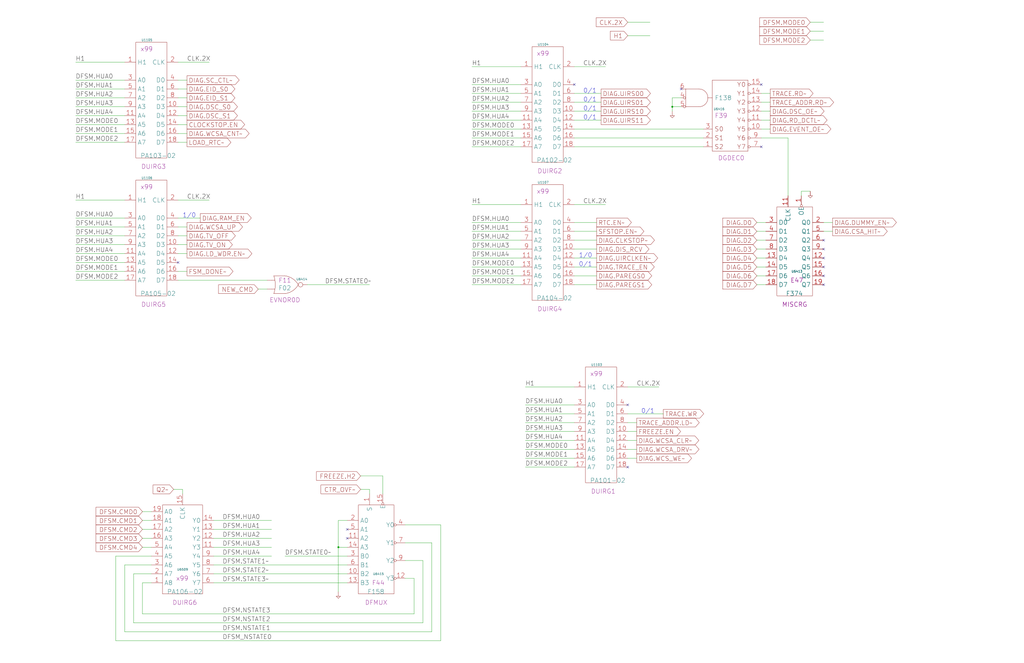
<source format=kicad_sch>
(kicad_sch (version 20230121) (generator eeschema)
  (paper "User" 584.2 378.46)
  (title_block (title "DIAGNOSTIC PROCESSOR\\nDFSM") (date "22-SEP-90") (rev "2.0") (comment 1 "IOC") (comment 2 "232-003061") (comment 3 "S400") (comment 4 "RELEASED"))
  (lib_symbols
    (symbol "r1000:F02" (pin_numbers hide) (pin_names hide)
      (property "Reference" "U" (at 12.16 0.635 0))
      (property "Value" "F02" (at -1.27 -4.445 0))
      (property "Location" "___" (at 2.54 0 0))
      (property "Name" "______" (at 2.54 -12.7 0))
      (symbol "F02_0_1"
        (arc (start -3.81 -7.62) (mid -2.9847 -2.54) (end -3.81 2.54) (stroke (width 0.1524)))
        (polyline (pts (xy -5.08 -5.08) (xy -3.175 -5.08)) (stroke (width 0.1524)))
        (polyline (pts (xy -5.08 0) (xy -3.175 0)) (stroke (width 0.1524)))
        (polyline (pts (xy -3.81 -7.62) (xy 2.54 -7.62)) (stroke (width 0.1524)))
        (polyline (pts (xy -3.81 2.54) (xy 2.54 2.54)) (stroke (width 0.1524)))
        (polyline (pts (xy 13.97 -2.54) (xy 12.7 -2.54)) (stroke (width 0.1524)))
        (arc (start 2.54 -7.62) (mid 6.9515 -5.9823) (end 10.16 -2.54) (stroke (width 0.1524)))
        (arc (start 10.16 -2.54) (mid 6.9478 0.8966) (end 2.54 2.54) (stroke (width 0.1524)))
        (circle (center 11.43 -2.54) (radius 1.27) (stroke (width 0.1524)))
      )
      (symbol "F02_0_2"
        (circle (center -3.81 -5.08) (radius 1.27) (stroke (width 0.1524)))
        (circle (center -3.81 0) (radius 1.27) (stroke (width 0.1524)))
        (polyline (pts (xy -2.54 -7.62) (xy 5.08 -7.62)) (stroke (width 0.1524)))
        (polyline (pts (xy -2.54 2.54) (xy -2.54 -7.62)) (stroke (width 0.1524)))
        (polyline (pts (xy -2.54 2.54) (xy 5.08 2.54)) (stroke (width 0.1524)))
        (polyline (pts (xy 11.43 -2.54) (xy 10.16 -2.54)) (stroke (width 0.1524)))
        (polyline (pts (xy 11.43 -2.54) (xy 12.7 -2.54)) (stroke (width 0.1524)))
        (arc (start 5.08 -7.62) (mid 10.1282 -2.54) (end 5.08 2.54) (stroke (width 0.1524)))
      )
      (symbol "F02_1_1"
        (pin input line (at -7.62 0 0) (length 2.54) (name "D0") (number "1"))
        (pin input line (at -7.62 -5.08 0) (length 2.54) (name "D1") (number "2"))
        (pin output line (at 15.24 -2.54 180) (length 1.27) (name "Q") (number "3"))
      )
      (symbol "F02_1_2"
        (pin input line (at -7.62 0 0) (length 2.54) (name "D0") (number "1"))
        (pin input line (at -7.62 -5.08 0) (length 2.54) (name "D1") (number "2"))
        (pin output line (at 15.24 -2.54 180) (length 2.54) (name "Q") (number "3"))
      )
    )
    (symbol "r1000:F138" (pin_names (offset 1.016) hide)
      (property "Reference" "U" (at 1.27 3.81 0))
      (property "Value" "F138" (at -1.27 10.16 0))
      (property "Location" "___" (at -1.27 0 0))
      (property "Name" "______" (at 8.255 -24.13 0))
      (symbol "F138_0_0"
        (arc (start -10.16 5.08) (mid -6.5679 6.5679) (end -5.08 10.16) (stroke (width 0.1524)))
        (arc (start -5.08 10.16) (mid -6.5679 13.7521) (end -10.16 15.24) (stroke (width 0.1524)))
        (polyline (pts (xy -17.78 5.08) (xy -10.16 5.08)) (stroke (width 0.1524)))
        (polyline (pts (xy -17.78 15.24) (xy -10.16 15.24)) (stroke (width 0.1524)))
      )
      (symbol "F138_0_1"
        (circle (center -18.415 5.08) (radius 0.635) (stroke (width 0.1524)))
        (circle (center -18.415 10.16) (radius 0.635) (stroke (width 0.1524)))
        (rectangle (start -2.54 20.32) (end 17.78 -20.32) (stroke (width 0.1524)))
        (polyline (pts (xy -19.05 15.24) (xy -17.78 15.24)) (stroke (width 0.1524)))
        (polyline (pts (xy -17.78 15.24) (xy -17.78 5.08)) (stroke (width 0.1524)))
        (polyline (pts (xy -2.54 10.16) (xy -5.08 10.16)) (stroke (width 0.1524)))
      )
      (symbol "F138_1_1"
        (circle (center 18.415 -17.78) (radius 0.635))
        (circle (center 18.415 -12.7) (radius 0.635))
        (circle (center 18.415 -7.62) (radius 0.635))
        (circle (center 18.415 -2.54) (radius 0.635))
        (circle (center 18.415 2.54) (radius 0.635))
        (circle (center 18.415 7.62) (radius 0.635))
        (circle (center 18.415 12.7) (radius 0.635))
        (circle (center 18.415 17.78) (radius 0.635))
        (text "0" (at 2.54 -7.62 0) (effects (font (size 2.54 2.54))))
        (text "0" (at 15.24 17.78 0) (effects (font (size 2.54 2.54))))
        (text "1" (at 2.54 -12.7 0) (effects (font (size 2.54 2.54))))
        (text "1" (at 15.24 12.7 0) (effects (font (size 2.54 2.54))))
        (text "2" (at 2.54 -17.78 0) (effects (font (size 2.54 2.54))))
        (text "2" (at 15.24 7.62 0) (effects (font (size 2.54 2.54))))
        (text "3" (at 15.24 2.54 0) (effects (font (size 2.54 2.54))))
        (text "4" (at 15.24 -2.54 0) (effects (font (size 2.54 2.54))))
        (text "5" (at 15.24 -7.62 0) (effects (font (size 2.54 2.54))))
        (text "6" (at 15.24 -12.7 0) (effects (font (size 2.54 2.54))))
        (text "7" (at 15.24 -17.78 0) (effects (font (size 2.54 2.54))))
        (text "S" (at 0 -17.78 0) (effects (font (size 2.54 2.54))))
        (text "S" (at 0 -12.7 0) (effects (font (size 2.54 2.54))))
        (text "S" (at 0 -7.62 0) (effects (font (size 2.54 2.54))))
        (text "Y" (at 12.7 -17.78 0) (effects (font (size 2.54 2.54))))
        (text "Y" (at 12.7 -12.7 0) (effects (font (size 2.54 2.54))))
        (text "Y" (at 12.7 -7.62 0) (effects (font (size 2.54 2.54))))
        (text "Y" (at 12.7 -2.54 0) (effects (font (size 2.54 2.54))))
        (text "Y" (at 12.7 2.54 0) (effects (font (size 2.54 2.54))))
        (text "Y" (at 12.7 7.62 0) (effects (font (size 2.54 2.54))))
        (text "Y" (at 12.7 12.7 0) (effects (font (size 2.54 2.54))))
        (text "Y" (at 12.7 17.78 0) (effects (font (size 2.54 2.54))))
        (pin input line (at -7.62 -17.78 0) (length 5.08) (name "S2") (number "1"))
        (pin output line (at 25.4 -7.62 180) (length 6.35) (name "Y5_") (number "10"))
        (pin output line (at 25.4 -2.54 180) (length 6.35) (name "Y4_") (number "11"))
        (pin output line (at 25.4 2.54 180) (length 6.35) (name "Y3_") (number "12"))
        (pin output line (at 25.4 7.62 180) (length 6.35) (name "Y2_") (number "13"))
        (pin output line (at 25.4 12.7 180) (length 6.35) (name "Y1_") (number "14"))
        (pin output line (at 25.4 17.78 180) (length 6.35) (name "Y0_") (number "15"))
        (pin input line (at -7.62 -12.7 0) (length 5.08) (name "S1") (number "2"))
        (pin input line (at -7.62 -7.62 0) (length 5.08) (name "S0") (number "3"))
        (pin input line (at -20.32 10.16 0) (length 1.27) (name "D1") (number "4"))
        (pin input line (at -20.32 5.08 0) (length 1.27) (name "D2") (number "5"))
        (pin input line (at -20.32 15.24 0) (length 1.27) (name "D0") (number "6"))
        (pin output line (at 25.4 -17.78 180) (length 6.35) (name "Y7_") (number "7"))
        (pin output line (at 25.4 -12.7 180) (length 6.35) (name "Y6_") (number "9"))
      )
    )
    (symbol "r1000:F158" (pin_names (offset 1.016))
      (property "Reference" "U" (at 2.54 5.08 0))
      (property "Value" "F158" (at -3.81 -5.08 0))
      (property "Location" "___" (at -1.27 0 0))
      (property "Name" "______" (at 1.27 -12.7 0))
      (symbol "F158_1_1"
        (rectangle (start -8.89 44.45) (end 11.43 -6.35))
        (circle (center 5.08 45.085) (radius 0.635))
        (circle (center 12.065 2.54) (radius 0.635))
        (circle (center 12.065 12.7) (radius 0.635))
        (circle (center 12.065 22.86) (radius 0.635))
        (circle (center 12.065 33.02) (radius 0.635))
        (pin input line (at -2.54 50.8 270) (length 6.35) (name "S") (number "1"))
        (pin input line (at -15.24 5.08 0) (length 6.35) (name "B2") (number "10"))
        (pin input line (at -15.24 25.4 0) (length 6.35) (name "A2") (number "11"))
        (pin output line (at 17.78 2.54 180) (length 5.08) (name "Y3") (number "12"))
        (pin input line (at -15.24 0 0) (length 6.35) (name "B3") (number "13"))
        (pin input line (at -15.24 20.32 0) (length 6.35) (name "A3") (number "14"))
        (pin input line (at 5.08 50.8 270) (length 5.08) (name "E") (number "15"))
        (pin input line (at -15.24 35.56 0) (length 6.35) (name "A0") (number "2"))
        (pin input line (at -15.24 15.24 0) (length 6.35) (name "B0") (number "3"))
        (pin output line (at 17.78 33.02 180) (length 5.08) (name "Y0") (number "4"))
        (pin input line (at -15.24 30.48 0) (length 6.35) (name "A1") (number "5"))
        (pin input line (at -15.24 10.16 0) (length 6.35) (name "B1") (number "6"))
        (pin output line (at 17.78 22.86 180) (length 5.08) (name "Y1") (number "7"))
        (pin output line (at 17.78 12.7 180) (length 5.08) (name "Y2") (number "9"))
      )
    )
    (symbol "r1000:F374" (pin_names (offset 1.016))
      (property "Reference" "U" (at 2.54 5.08 0))
      (property "Value" "F374" (at -3.81 -7.62 0))
      (property "Location" "___" (at -1.27 0 0))
      (property "Name" "______" (at 1.27 -15.24 0))
      (symbol "F374_1_1"
        (rectangle (start -8.89 41.91) (end 11.43 -8.89))
        (circle (center 5.08 42.545) (radius 0.635))
        (pin input line (at 5.08 48.26 270) (length 5.08) (name "OE") (number "1"))
        (pin input line (at -2.54 48.26 270) (length 6.35) (name "CLK") (number "11"))
        (pin tri_state line (at 17.78 12.7 180) (length 6.35) (name "Q4") (number "12"))
        (pin input line (at -15.24 12.7 0) (length 6.35) (name "D4") (number "13"))
        (pin input line (at -15.24 7.62 0) (length 6.35) (name "D5") (number "14"))
        (pin tri_state line (at 17.78 7.62 180) (length 6.35) (name "Q5") (number "15"))
        (pin tri_state line (at 17.78 2.54 180) (length 6.35) (name "Q6") (number "16"))
        (pin input line (at -15.24 2.54 0) (length 6.35) (name "D6") (number "17"))
        (pin input line (at -15.24 -2.54 0) (length 6.35) (name "D7") (number "18"))
        (pin tri_state line (at 17.78 -2.54 180) (length 6.35) (name "Q7") (number "19"))
        (pin tri_state line (at 17.78 33.02 180) (length 6.35) (name "Q0") (number "2"))
        (pin input line (at -15.24 33.02 0) (length 6.35) (name "D0") (number "3"))
        (pin input line (at -15.24 27.94 0) (length 6.35) (name "D1") (number "4"))
        (pin tri_state line (at 17.78 27.94 180) (length 6.35) (name "Q1") (number "5"))
        (pin tri_state line (at 17.78 22.86 180) (length 6.35) (name "Q2") (number "6"))
        (pin input line (at -15.24 22.86 0) (length 6.35) (name "D2") (number "7"))
        (pin input line (at -15.24 17.78 0) (length 6.35) (name "D3") (number "8"))
        (pin tri_state line (at 17.78 17.78 180) (length 6.35) (name "Q3") (number "9"))
      )
    )
    (symbol "r1000:PD" (power) (pin_numbers hide) (pin_names hide) (in_bom no)
      (symbol "PD_0_1"
        (polyline (pts (xy 0 -2.54) (xy 1.27 -2.54) (xy 0 -3.81) (xy -1.27 -2.54) (xy 0 -2.54)) (stroke (width 0.1524)))
      )
      (symbol "PD_1_1"
        (pin power_in line (at 0 0 270) (length 2.54) (name "PD") (number "1"))
      )
    )
    (symbol "r1000:XDUIRG" (pin_names (offset 1.016))
      (property "Reference" "U" (at 2.54 5.08 0))
      (property "Value" "XDUIRG" (at -1.27 -60.96 0))
      (property "Location" "___" (at -1.27 0 0))
      (property "Name" "______" (at 6.35 -68.58 0))
      (symbol "XDUIRG_1_1"
        (rectangle (start -3.81 3.81) (end 13.97 -62.23))
        (pin input line (at -10.16 -7.62 0) (length 6.35) (name "H1") (number "1"))
        (pin output line (at 20.32 -33.02 180) (length 6.35) (name "D3") (number "10"))
        (pin input line (at -10.16 -38.1 0) (length 6.35) (name "A4") (number "11"))
        (pin output line (at 20.32 -38.1 180) (length 6.35) (name "D4") (number "12"))
        (pin input line (at -10.16 -43.18 0) (length 6.35) (name "A5") (number "13"))
        (pin output line (at 20.32 -43.18 180) (length 6.35) (name "D5") (number "14"))
        (pin input line (at -10.16 -48.26 0) (length 6.35) (name "A6") (number "15"))
        (pin output line (at 20.32 -48.26 180) (length 6.35) (name "D6") (number "16"))
        (pin input line (at -10.16 -53.34 0) (length 6.35) (name "A7") (number "17"))
        (pin output line (at 20.32 -53.34 180) (length 6.35) (name "D7") (number "18"))
        (pin input line (at 20.32 -7.62 180) (length 6.35) (name "CLK") (number "2"))
        (pin input line (at -10.16 -17.78 0) (length 6.35) (name "A0") (number "3"))
        (pin output line (at 20.32 -17.78 180) (length 6.35) (name "D0") (number "4"))
        (pin input line (at -10.16 -22.86 0) (length 6.35) (name "A1") (number "5"))
        (pin output line (at 20.32 -22.86 180) (length 6.35) (name "D1") (number "6"))
        (pin input line (at -10.16 -27.94 0) (length 6.35) (name "A2") (number "7"))
        (pin output line (at 20.32 -27.94 180) (length 6.35) (name "D2") (number "8"))
        (pin input line (at -10.16 -33.02 0) (length 6.35) (name "A3") (number "9"))
      )
    )
    (symbol "r1000:XPAXXXL" (pin_names (offset 1.016))
      (property "Reference" "U" (at 2.54 5.08 0))
      (property "Value" "XPAXXXL" (at -6.35 -7.62 0))
      (property "Location" "___" (at -1.27 0 0))
      (property "Name" "______" (at 3.81 -15.24 0))
      (symbol "XPAXXXL_1_1"
        (rectangle (start -8.89 41.91) (end 13.97 -8.89))
        (pin input line (at -15.24 -2.54 0) (length 6.35) (name "A8") (number "1"))
        (pin output line (at 20.32 17.78 180) (length 6.35) (name "Y3") (number "11"))
        (pin output line (at 20.32 22.86 180) (length 6.35) (name "Y2") (number "12"))
        (pin output line (at 20.32 27.94 180) (length 6.35) (name "Y1") (number "13"))
        (pin output line (at 20.32 33.02 180) (length 6.35) (name "Y0") (number "14"))
        (pin input line (at 2.54 48.26 270) (length 6.35) (name "CLK") (number "15"))
        (pin input line (at -15.24 22.86 0) (length 6.35) (name "A3") (number "16"))
        (pin input line (at -15.24 27.94 0) (length 6.35) (name "A2") (number "17"))
        (pin input line (at -15.24 33.02 0) (length 6.35) (name "A1") (number "18"))
        (pin input line (at -15.24 38.1 0) (length 6.35) (name "A0") (number "19"))
        (pin input line (at -15.24 2.54 0) (length 6.35) (name "A7") (number "2"))
        (pin input line (at -15.24 7.62 0) (length 6.35) (name "A6") (number "3"))
        (pin input line (at -15.24 12.7 0) (length 6.35) (name "A5") (number "4"))
        (pin input line (at -15.24 17.78 0) (length 6.35) (name "A4") (number "5"))
        (pin output line (at 20.32 -2.54 180) (length 6.35) (name "Y7") (number "6"))
        (pin output line (at 20.32 2.54 180) (length 6.35) (name "Y6") (number "7"))
        (pin output line (at 20.32 7.62 180) (length 6.35) (name "Y5") (number "8"))
        (pin output line (at 20.32 12.7 180) (length 6.35) (name "Y4") (number "9"))
      )
    )
  )
  (junction (at 193.04 312.42))
  (junction (at 383.54 60.96))
  (no_connect (at 388.62 50.8))
  (no_connect (at 469.9 157.48))
  (no_connect (at 434.34 48.26))
  (no_connect (at 469.9 162.56))
  (no_connect (at 469.9 147.32))
  (no_connect (at 358.14 231.14))
  (no_connect (at 469.9 152.4))
  (no_connect (at 101.6 149.86))
  (no_connect (at 358.14 266.7))
  (no_connect (at 434.34 83.82))
  (no_connect (at 198.12 302.26))
  (no_connect (at 327.66 48.26))
  (no_connect (at 469.9 142.24))
  (no_connect (at 469.9 137.16))
  (no_connect (at 198.12 307.34))
  (wire (pts (xy 101.6 35.56) (xy 119.38 35.56)))
  (wire (pts (xy 76.2 327.66) (xy 86.36 327.66)))
  (wire (pts (xy 299.72 246.38) (xy 327.66 246.38)))
  (wire (pts (xy 383.54 63.5) (xy 383.54 60.96)))
  (wire (pts (xy 358.14 220.98) (xy 375.92 220.98)))
  (wire (pts (xy 434.34 73.66) (xy 439.42 73.66)))
  (wire (pts (xy 327.66 63.5) (xy 342.9 63.5)))
  (wire (pts (xy 101.6 81.28) (xy 106.68 81.28)))
  (wire (pts (xy 76.2 355.6) (xy 241.3 355.6)))
  (wire (pts (xy 121.92 327.66) (xy 198.12 327.66)))
  (wire (pts (xy 43.18 50.8) (xy 71.12 50.8)))
  (wire (pts (xy 299.72 220.98) (xy 327.66 220.98)))
  (wire (pts (xy 210.82 279.4) (xy 210.82 281.94)))
  (wire (pts (xy 269.24 152.4) (xy 297.18 152.4)))
  (wire (pts (xy 358.14 236.22) (xy 378.46 236.22)))
  (wire (pts (xy 457.2 109.22) (xy 457.2 111.76)))
  (wire (pts (xy 101.6 50.8) (xy 106.68 50.8)))
  (wire (pts (xy 431.8 152.4) (xy 436.88 152.4)))
  (wire (pts (xy 327.66 132.08) (xy 340.36 132.08)))
  (wire (pts (xy 101.6 139.7) (xy 106.68 139.7)))
  (wire (pts (xy 43.18 76.2) (xy 71.12 76.2)))
  (wire (pts (xy 43.18 129.54) (xy 71.12 129.54)))
  (wire (pts (xy 469.9 132.08) (xy 474.98 132.08)))
  (wire (pts (xy 101.6 129.54) (xy 106.68 129.54)))
  (wire (pts (xy 462.28 22.86) (xy 469.9 22.86)))
  (wire (pts (xy 462.28 17.78) (xy 469.9 17.78)))
  (wire (pts (xy 327.66 152.4) (xy 340.36 152.4)))
  (wire (pts (xy 81.28 332.74) (xy 81.28 350.52)))
  (wire (pts (xy 434.34 78.74) (xy 449.58 78.74)))
  (wire (pts (xy 299.72 261.62) (xy 327.66 261.62)))
  (wire (pts (xy 269.24 157.48) (xy 297.18 157.48)))
  (wire (pts (xy 175.26 162.56) (xy 210.82 162.56)))
  (wire (pts (xy 162.56 317.5) (xy 198.12 317.5)))
  (wire (pts (xy 358.14 256.54) (xy 363.22 256.54)))
  (wire (pts (xy 43.18 66.04) (xy 71.12 66.04)))
  (wire (pts (xy 236.22 330.2) (xy 231.14 330.2)))
  (wire (pts (xy 205.74 271.78) (xy 218.44 271.78)))
  (wire (pts (xy 251.46 299.72) (xy 251.46 365.76)))
  (wire (pts (xy 104.14 279.4) (xy 104.14 281.94)))
  (wire (pts (xy 101.6 60.96) (xy 106.68 60.96)))
  (wire (pts (xy 327.66 162.56) (xy 340.36 162.56)))
  (wire (pts (xy 101.6 134.62) (xy 106.68 134.62)))
  (wire (pts (xy 193.04 337.82) (xy 193.04 312.42)))
  (wire (pts (xy 121.92 302.26) (xy 154.94 302.26)))
  (wire (pts (xy 43.18 134.62) (xy 71.12 134.62)))
  (wire (pts (xy 434.34 58.42) (xy 439.42 58.42)))
  (wire (pts (xy 299.72 266.7) (xy 327.66 266.7)))
  (wire (pts (xy 121.92 312.42) (xy 154.94 312.42)))
  (wire (pts (xy 327.66 58.42) (xy 342.9 58.42)))
  (wire (pts (xy 198.12 312.42) (xy 193.04 312.42)))
  (wire (pts (xy 434.34 68.58) (xy 439.42 68.58)))
  (wire (pts (xy 86.36 322.58) (xy 71.12 322.58)))
  (wire (pts (xy 299.72 251.46) (xy 327.66 251.46)))
  (wire (pts (xy 218.44 271.78) (xy 218.44 281.94)))
  (wire (pts (xy 327.66 83.82) (xy 401.32 83.82)))
  (wire (pts (xy 431.8 157.48) (xy 436.88 157.48)))
  (wire (pts (xy 121.92 307.34) (xy 154.94 307.34)))
  (wire (pts (xy 81.28 297.18) (xy 86.36 297.18)))
  (wire (pts (xy 299.72 241.3) (xy 327.66 241.3)))
  (wire (pts (xy 43.18 45.72) (xy 71.12 45.72)))
  (wire (pts (xy 299.72 236.22) (xy 327.66 236.22)))
  (wire (pts (xy 101.6 71.12) (xy 106.68 71.12)))
  (wire (pts (xy 193.04 312.42) (xy 193.04 297.18)))
  (wire (pts (xy 101.6 55.88) (xy 106.68 55.88)))
  (wire (pts (xy 269.24 73.66) (xy 297.18 73.66)))
  (wire (pts (xy 269.24 48.26) (xy 297.18 48.26)))
  (wire (pts (xy 327.66 116.84) (xy 345.44 116.84)))
  (wire (pts (xy 66.04 365.76) (xy 251.46 365.76)))
  (wire (pts (xy 269.24 78.74) (xy 297.18 78.74)))
  (wire (pts (xy 327.66 157.48) (xy 340.36 157.48)))
  (wire (pts (xy 43.18 71.12) (xy 71.12 71.12)))
  (wire (pts (xy 193.04 297.18) (xy 198.12 297.18)))
  (wire (pts (xy 246.38 360.68) (xy 246.38 309.88)))
  (wire (pts (xy 383.54 60.96) (xy 383.54 55.88)))
  (wire (pts (xy 327.66 38.1) (xy 345.44 38.1)))
  (wire (pts (xy 383.54 55.88) (xy 388.62 55.88)))
  (wire (pts (xy 388.62 60.96) (xy 383.54 60.96)))
  (wire (pts (xy 269.24 58.42) (xy 297.18 58.42)))
  (wire (pts (xy 269.24 83.82) (xy 297.18 83.82)))
  (wire (pts (xy 43.18 60.96) (xy 71.12 60.96)))
  (wire (pts (xy 431.8 162.56) (xy 436.88 162.56)))
  (wire (pts (xy 121.92 332.74) (xy 198.12 332.74)))
  (wire (pts (xy 101.6 76.2) (xy 106.68 76.2)))
  (wire (pts (xy 269.24 132.08) (xy 297.18 132.08)))
  (wire (pts (xy 434.34 53.34) (xy 439.42 53.34)))
  (wire (pts (xy 121.92 297.18) (xy 154.94 297.18)))
  (wire (pts (xy 327.66 127) (xy 340.36 127)))
  (wire (pts (xy 81.28 292.1) (xy 86.36 292.1)))
  (wire (pts (xy 462.28 12.7) (xy 469.9 12.7)))
  (wire (pts (xy 358.14 251.46) (xy 363.22 251.46)))
  (wire (pts (xy 43.18 139.7) (xy 71.12 139.7)))
  (wire (pts (xy 327.66 73.66) (xy 401.32 73.66)))
  (wire (pts (xy 431.8 132.08) (xy 436.88 132.08)))
  (wire (pts (xy 269.24 68.58) (xy 297.18 68.58)))
  (wire (pts (xy 299.72 231.14) (xy 327.66 231.14)))
  (wire (pts (xy 469.9 127) (xy 474.98 127)))
  (wire (pts (xy 269.24 38.1) (xy 297.18 38.1)))
  (wire (pts (xy 231.14 299.72) (xy 251.46 299.72)))
  (wire (pts (xy 269.24 142.24) (xy 297.18 142.24)))
  (wire (pts (xy 81.28 312.42) (xy 86.36 312.42)))
  (wire (pts (xy 147.32 165.1) (xy 152.4 165.1)))
  (wire (pts (xy 101.6 66.04) (xy 106.68 66.04)))
  (wire (pts (xy 66.04 317.5) (xy 86.36 317.5)))
  (wire (pts (xy 327.66 142.24) (xy 340.36 142.24)))
  (wire (pts (xy 327.66 147.32) (xy 340.36 147.32)))
  (wire (pts (xy 431.8 147.32) (xy 436.88 147.32)))
  (wire (pts (xy 81.28 302.26) (xy 86.36 302.26)))
  (wire (pts (xy 71.12 322.58) (xy 71.12 360.68)))
  (wire (pts (xy 205.74 279.4) (xy 210.82 279.4)))
  (wire (pts (xy 358.14 246.38) (xy 363.22 246.38)))
  (wire (pts (xy 358.14 261.62) (xy 363.22 261.62)))
  (wire (pts (xy 43.18 160.02) (xy 71.12 160.02)))
  (wire (pts (xy 269.24 63.5) (xy 297.18 63.5)))
  (wire (pts (xy 121.92 322.58) (xy 198.12 322.58)))
  (wire (pts (xy 71.12 360.68) (xy 246.38 360.68)))
  (wire (pts (xy 236.22 350.52) (xy 236.22 330.2)))
  (wire (pts (xy 81.28 307.34) (xy 86.36 307.34)))
  (wire (pts (xy 269.24 147.32) (xy 297.18 147.32)))
  (wire (pts (xy 43.18 149.86) (xy 71.12 149.86)))
  (wire (pts (xy 101.6 114.3) (xy 119.38 114.3)))
  (wire (pts (xy 43.18 144.78) (xy 71.12 144.78)))
  (wire (pts (xy 81.28 350.52) (xy 236.22 350.52)))
  (wire (pts (xy 99.06 279.4) (xy 104.14 279.4)))
  (wire (pts (xy 434.34 63.5) (xy 439.42 63.5)))
  (wire (pts (xy 86.36 332.74) (xy 81.28 332.74)))
  (wire (pts (xy 449.58 78.74) (xy 449.58 111.76)))
  (wire (pts (xy 327.66 137.16) (xy 340.36 137.16)))
  (wire (pts (xy 43.18 154.94) (xy 71.12 154.94)))
  (wire (pts (xy 66.04 365.76) (xy 66.04 317.5)))
  (wire (pts (xy 269.24 162.56) (xy 297.18 162.56)))
  (wire (pts (xy 43.18 124.46) (xy 71.12 124.46)))
  (wire (pts (xy 431.8 137.16) (xy 436.88 137.16)))
  (wire (pts (xy 241.3 320.04) (xy 241.3 355.6)))
  (wire (pts (xy 43.18 81.28) (xy 71.12 81.28)))
  (wire (pts (xy 358.14 241.3) (xy 363.22 241.3)))
  (wire (pts (xy 327.66 53.34) (xy 342.9 53.34)))
  (wire (pts (xy 101.6 124.46) (xy 114.3 124.46)))
  (wire (pts (xy 358.14 12.7) (xy 370.84 12.7)))
  (wire (pts (xy 231.14 320.04) (xy 241.3 320.04)))
  (wire (pts (xy 358.14 20.32) (xy 370.84 20.32)))
  (wire (pts (xy 462.28 109.22) (xy 457.2 109.22)))
  (wire (pts (xy 246.38 309.88) (xy 231.14 309.88)))
  (wire (pts (xy 269.24 116.84) (xy 297.18 116.84)))
  (wire (pts (xy 101.6 45.72) (xy 106.68 45.72)))
  (wire (pts (xy 269.24 127) (xy 297.18 127)))
  (wire (pts (xy 43.18 114.3) (xy 71.12 114.3)))
  (wire (pts (xy 101.6 154.94) (xy 106.68 154.94)))
  (wire (pts (xy 76.2 355.6) (xy 76.2 327.66)))
  (wire (pts (xy 101.6 144.78) (xy 106.68 144.78)))
  (wire (pts (xy 101.6 160.02) (xy 152.4 160.02)))
  (wire (pts (xy 269.24 53.34) (xy 297.18 53.34)))
  (wire (pts (xy 431.8 127) (xy 436.88 127)))
  (wire (pts (xy 327.66 78.74) (xy 401.32 78.74)))
  (wire (pts (xy 269.24 137.16) (xy 297.18 137.16)))
  (wire (pts (xy 431.8 142.24) (xy 436.88 142.24)))
  (wire (pts (xy 43.18 55.88) (xy 71.12 55.88)))
  (wire (pts (xy 43.18 35.56) (xy 71.12 35.56)))
  (wire (pts (xy 299.72 256.54) (xy 327.66 256.54)))
  (wire (pts (xy 327.66 68.58) (xy 342.9 68.58)))
  (wire (pts (xy 121.92 317.5) (xy 154.94 317.5)))
  (text "0/1" (at 332.74 68.58 0) (effects (font (size 2.54 2.54)) (justify left bottom)))
  (text "0/1" (at 330.2 152.4 0) (effects (font (size 2.54 2.54)) (justify left bottom)))
  (text "0/1" (at 332.74 53.34 0) (effects (font (size 2.54 2.54)) (justify left bottom)))
  (text "1/0" (at 104.14 124.46 0) (effects (font (size 2.54 2.54)) (justify left bottom)))
  (text "0/1" (at 332.74 58.42 0) (effects (font (size 2.54 2.54)) (justify left bottom)))
  (text "1/0" (at 330.2 147.32 0) (effects (font (size 2.54 2.54)) (justify left bottom)))
  (text "0/1" (at 365.76 236.22 0) (effects (font (size 2.54 2.54)) (justify left bottom)))
  (text "0/1" (at 332.74 63.5 0) (effects (font (size 2.54 2.54)) (justify left bottom)))
  (label "H1" (at 43.18 114.3 0) (effects (font (size 2.54 2.54))))
  (label "CLK.2X" (at 332.74 116.84 0) (effects (font (size 2.54 2.54))))
  (label "DFSM.HUA4" (at 269.24 68.58 0) (effects (font (size 2.54 2.54))))
  (label "DFSM_NSTATE0" (at 127 365.76 0) (effects (font (size 2.54 2.54))))
  (label "DFSM.HUA0" (at 299.72 231.14 0) (effects (font (size 2.54 2.54))))
  (label "DFSM.HUA3" (at 43.18 139.7 0) (effects (font (size 2.54 2.54))))
  (label "H1" (at 299.72 220.98 0) (effects (font (size 2.54 2.54))))
  (label "DFSM.NSTATE2" (at 127 355.6 0) (effects (font (size 2.54 2.54))))
  (label "DFSM.NSTATE1" (at 127 360.68 0) (effects (font (size 2.54 2.54))))
  (label "DFSM.HUA3" (at 269.24 63.5 0) (effects (font (size 2.54 2.54))))
  (label "DFSM.HUA1" (at 269.24 132.08 0) (effects (font (size 2.54 2.54))))
  (label "CLK.2X" (at 332.74 38.1 0) (effects (font (size 2.54 2.54))))
  (label "DFSM.HUA0" (at 43.18 124.46 0) (effects (font (size 2.54 2.54))))
  (label "CLK.2X" (at 363.22 220.98 0) (effects (font (size 2.54 2.54))))
  (label "DFSM.MODE1" (at 43.18 154.94 0) (effects (font (size 2.54 2.54))))
  (label "DFSM.MODE0" (at 299.72 256.54 0) (effects (font (size 2.54 2.54))))
  (label "DFSM.HUA3" (at 299.72 246.38 0) (effects (font (size 2.54 2.54))))
  (label "DFSM.HUA2" (at 299.72 241.3 0) (effects (font (size 2.54 2.54))))
  (label "DFSM.MODE1" (at 299.72 261.62 0) (effects (font (size 2.54 2.54))))
  (label "DFSM.MODE2" (at 269.24 83.82 0) (effects (font (size 2.54 2.54))))
  (label "DFSM.HUA2" (at 269.24 58.42 0) (effects (font (size 2.54 2.54))))
  (label "DFSM.HUA0" (at 43.18 45.72 0) (effects (font (size 2.54 2.54))))
  (label "DFSM.HUA1" (at 269.24 53.34 0) (effects (font (size 2.54 2.54))))
  (label "H1" (at 269.24 38.1 0) (effects (font (size 2.54 2.54))))
  (label "DFSM.HUA1" (at 43.18 129.54 0) (effects (font (size 2.54 2.54))))
  (label "DFSM.HUA0" (at 269.24 48.26 0) (effects (font (size 2.54 2.54))))
  (label "DFSM.MODE2" (at 269.24 162.56 0) (effects (font (size 2.54 2.54))))
  (label "DFSM.STATE0~" (at 162.56 317.5 0) (effects (font (size 2.54 2.54))))
  (label "DFSM.MODE0" (at 269.24 152.4 0) (effects (font (size 2.54 2.54))))
  (label "DFSM.STATE1~" (at 127 322.58 0) (effects (font (size 2.54 2.54))))
  (label "DFSM.MODE0" (at 269.24 73.66 0) (effects (font (size 2.54 2.54))))
  (label "DFSM.HUA3" (at 43.18 60.96 0) (effects (font (size 2.54 2.54))))
  (label "DFSM.MODE2" (at 43.18 81.28 0) (effects (font (size 2.54 2.54))))
  (label "DFSM.HUA2" (at 127 307.34 0) (effects (font (size 2.54 2.54))))
  (label "DFSM.HUA1" (at 127 302.26 0) (effects (font (size 2.54 2.54))))
  (label "DFSM.MODE1" (at 269.24 157.48 0) (effects (font (size 2.54 2.54))))
  (label "DFSM.HUA4" (at 269.24 147.32 0) (effects (font (size 2.54 2.54))))
  (label "DFSM.HUA2" (at 269.24 137.16 0) (effects (font (size 2.54 2.54))))
  (label "DFSM.STATE0~" (at 185.42 162.56 0) (effects (font (size 2.54 2.54))))
  (label "DFSM.HUA1" (at 299.72 236.22 0) (effects (font (size 2.54 2.54))))
  (label "DFSM.HUA2" (at 43.18 55.88 0) (effects (font (size 2.54 2.54))))
  (label "DFSM.HUA3" (at 127 312.42 0) (effects (font (size 2.54 2.54))))
  (label "DFSM.HUA0" (at 127 297.18 0) (effects (font (size 2.54 2.54))))
  (label "H1" (at 269.24 116.84 0) (effects (font (size 2.54 2.54))))
  (label "DFSM.MODE0" (at 43.18 149.86 0) (effects (font (size 2.54 2.54))))
  (label "CLK.2X" (at 106.68 114.3 0) (effects (font (size 2.54 2.54))))
  (label "DFSM.HUA3" (at 269.24 142.24 0) (effects (font (size 2.54 2.54))))
  (label "DFSM.STATE3~" (at 127 332.74 0) (effects (font (size 2.54 2.54))))
  (label "DFSM.HUA1" (at 43.18 50.8 0) (effects (font (size 2.54 2.54))))
  (label "DFSM.HUA4" (at 299.72 251.46 0) (effects (font (size 2.54 2.54))))
  (label "CLK.2X" (at 106.68 35.56 0) (effects (font (size 2.54 2.54))))
  (label "H1" (at 43.18 35.56 0) (effects (font (size 2.54 2.54))))
  (label "DFSM.MODE1" (at 43.18 76.2 0) (effects (font (size 2.54 2.54))))
  (label "DFSM.HUA2" (at 43.18 134.62 0) (effects (font (size 2.54 2.54))))
  (label "DFSM.NSTATE3" (at 127 350.52 0) (effects (font (size 2.54 2.54))))
  (label "DFSM.HUA4" (at 43.18 66.04 0) (effects (font (size 2.54 2.54))))
  (label "DFSM.MODE2" (at 43.18 160.02 0) (effects (font (size 2.54 2.54))))
  (label "DFSM.HUA4" (at 43.18 144.78 0) (effects (font (size 2.54 2.54))))
  (label "DFSM.MODE0" (at 43.18 71.12 0) (effects (font (size 2.54 2.54))))
  (label "DFSM.HUA0" (at 269.24 127 0) (effects (font (size 2.54 2.54))))
  (label "DFSM.STATE2~" (at 127 327.66 0) (effects (font (size 2.54 2.54))))
  (label "DFSM.HUA4" (at 127 317.5 0) (effects (font (size 2.54 2.54))))
  (label "DFSM.MODE2" (at 299.72 266.7 0) (effects (font (size 2.54 2.54))))
  (label "DFSM.MODE1" (at 269.24 78.74 0) (effects (font (size 2.54 2.54))))
  (global_label "CLK.2X" (shape input) (at 358.14 12.7 180) (effects (font (size 2.54 2.54))) (property "Intersheetrefs" "${INTERSHEET_REFS}" (at 333.9616 12.5413 0) (effects (font (size 1.905 1.905)) (justify right))))
  (global_label "DIAG.TRACE_EN" (shape output) (at 340.36 152.4 0) (effects (font (size 2.54 2.54))) (property "Intersheetrefs" "${INTERSHEET_REFS}" (at 373.247 152.2413 0) (effects (font (size 1.905 1.905)) (justify left))))
  (global_label "DIAG.D5" (shape input) (at 431.8 152.4 180) (effects (font (size 2.54 2.54))) (property "Intersheetrefs" "${INTERSHEET_REFS}" (at 412.3388 152.2413 0) (effects (font (size 1.905 1.905)) (justify right))))
  (global_label "DIAG.RD_DCTL~" (shape output) (at 439.42 68.58 0) (effects (font (size 2.54 2.54))) (property "Intersheetrefs" "${INTERSHEET_REFS}" (at 471.8231 68.4213 0) (effects (font (size 1.905 1.905)) (justify left))))
  (global_label "LOAD_RTC~" (shape output) (at 106.68 81.28 0) (effects (font (size 2.54 2.54))) (property "Intersheetrefs" "${INTERSHEET_REFS}" (at 131.705 81.1213 0) (effects (font (size 1.905 1.905)) (justify left))))
  (global_label "H1" (shape input) (at 358.14 20.32 180) (effects (font (size 2.54 2.54))) (property "Intersheetrefs" "${INTERSHEET_REFS}" (at 345.9359 20.1613 0) (effects (font (size 1.905 1.905)) (justify right))))
  (global_label "DFSM.CMD1" (shape input) (at 81.28 297.18 180) (effects (font (size 2.54 2.54))) (property "Intersheetrefs" "${INTERSHEET_REFS}" (at 54.8035 297.0213 0) (effects (font (size 1.905 1.905)) (justify right))))
  (global_label "DIAG.EID_S0" (shape output) (at 106.68 50.8 0) (effects (font (size 2.54 2.54))) (property "Intersheetrefs" "${INTERSHEET_REFS}" (at 134.0031 50.6413 0) (effects (font (size 1.905 1.905)) (justify left))))
  (global_label "CLOCKSTOP.EN" (shape output) (at 106.68 71.12 0) (effects (font (size 2.54 2.54))) (property "Intersheetrefs" "${INTERSHEET_REFS}" (at 139.567 70.9613 0) (effects (font (size 1.905 1.905)) (justify left))))
  (global_label "DIAG.D1" (shape input) (at 431.8 132.08 180) (effects (font (size 2.54 2.54))) (property "Intersheetrefs" "${INTERSHEET_REFS}" (at 412.3388 131.9213 0) (effects (font (size 1.905 1.905)) (justify right))))
  (global_label "DIAG.D0" (shape input) (at 431.8 127 180) (effects (font (size 2.54 2.54))) (property "Intersheetrefs" "${INTERSHEET_REFS}" (at 412.3388 126.8413 0) (effects (font (size 1.905 1.905)) (justify right))))
  (global_label "DFSM.MODE1" (shape input) (at 462.28 17.78 180) (effects (font (size 2.54 2.54))) (property "Intersheetrefs" "${INTERSHEET_REFS}" (at 433.3845 17.6213 0) (effects (font (size 1.905 1.905)) (justify right))))
  (global_label "DIAG.UIRS11" (shape output) (at 342.9 68.58 0) (effects (font (size 2.54 2.54))) (property "Intersheetrefs" "${INTERSHEET_REFS}" (at 371.0698 68.4213 0) (effects (font (size 1.905 1.905)) (justify left))))
  (global_label "DIAG.WCSA_DRV~" (shape output) (at 363.22 256.54 0) (effects (font (size 2.54 2.54))) (property "Intersheetrefs" "${INTERSHEET_REFS}" (at 398.7679 256.3813 0) (effects (font (size 1.905 1.905)) (justify left))))
  (global_label "DIAG.CLKSTOP~" (shape output) (at 340.36 137.16 0) (effects (font (size 2.54 2.54))) (property "Intersheetrefs" "${INTERSHEET_REFS}" (at 373.3679 137.0013 0) (effects (font (size 1.905 1.905)) (justify left))))
  (global_label "DIAG.EID_S1" (shape output) (at 106.68 55.88 0) (effects (font (size 2.54 2.54))) (property "Intersheetrefs" "${INTERSHEET_REFS}" (at 134.0031 55.7213 0) (effects (font (size 1.905 1.905)) (justify left))))
  (global_label "SFSTOP.EN~" (shape output) (at 340.36 132.08 0) (effects (font (size 2.54 2.54))) (property "Intersheetrefs" "${INTERSHEET_REFS}" (at 367.3203 131.9213 0) (effects (font (size 1.905 1.905)) (justify left))))
  (global_label "DIAG.DSC_OE~" (shape output) (at 439.42 63.5 0) (effects (font (size 2.54 2.54))) (property "Intersheetrefs" "${INTERSHEET_REFS}" (at 470.1298 63.3413 0) (effects (font (size 1.905 1.905)) (justify left))))
  (global_label "DFSM.MODE0" (shape input) (at 462.28 12.7 180) (effects (font (size 2.54 2.54))) (property "Intersheetrefs" "${INTERSHEET_REFS}" (at 433.3845 12.5413 0) (effects (font (size 1.905 1.905)) (justify right))))
  (global_label "Q2~" (shape input) (at 99.06 279.4 180) (effects (font (size 2.54 2.54))) (property "Intersheetrefs" "${INTERSHEET_REFS}" (at 81.1711 279.2413 0) (effects (font (size 1.905 1.905)) (justify right))))
  (global_label "CTR_OVF~" (shape input) (at 205.74 279.4 180) (effects (font (size 2.54 2.54))) (property "Intersheetrefs" "${INTERSHEET_REFS}" (at 183.134 279.2413 0) (effects (font (size 1.905 1.905)) (justify right))))
  (global_label "DIAG.D6" (shape input) (at 431.8 157.48 180) (effects (font (size 2.54 2.54))) (property "Intersheetrefs" "${INTERSHEET_REFS}" (at 412.3388 157.3213 0) (effects (font (size 1.905 1.905)) (justify right))))
  (global_label "DIAG.TV_ON" (shape output) (at 106.68 139.7 0) (effects (font (size 2.54 2.54))) (property "Intersheetrefs" "${INTERSHEET_REFS}" (at 132.5517 139.5413 0) (effects (font (size 1.905 1.905)) (justify left))))
  (global_label "DIAG.EVENT_OE~" (shape output) (at 439.42 73.66 0) (effects (font (size 2.54 2.54))) (property "Intersheetrefs" "${INTERSHEET_REFS}" (at 474.0003 73.5013 0) (effects (font (size 1.905 1.905)) (justify left))))
  (global_label "DIAG.DIS_RCV" (shape output) (at 340.36 142.24 0) (effects (font (size 2.54 2.54))) (property "Intersheetrefs" "${INTERSHEET_REFS}" (at 370.2231 142.0813 0) (effects (font (size 1.905 1.905)) (justify left))))
  (global_label "DIAG.LD_WDR.EN~" (shape output) (at 106.68 144.78 0) (effects (font (size 2.54 2.54))) (property "Intersheetrefs" "${INTERSHEET_REFS}" (at 143.6793 144.6213 0) (effects (font (size 1.905 1.905)) (justify left))))
  (global_label "FREEZE.EN" (shape output) (at 363.22 246.38 0) (effects (font (size 2.54 2.54))) (property "Intersheetrefs" "${INTERSHEET_REFS}" (at 388.245 246.2213 0) (effects (font (size 1.905 1.905)) (justify left))))
  (global_label "DIAG.D7" (shape input) (at 431.8 162.56 180) (effects (font (size 2.54 2.54))) (property "Intersheetrefs" "${INTERSHEET_REFS}" (at 412.3388 162.4013 0) (effects (font (size 1.905 1.905)) (justify right))))
  (global_label "TRACE.RD~" (shape output) (at 439.42 53.34 0) (effects (font (size 2.54 2.54))) (property "Intersheetrefs" "${INTERSHEET_REFS}" (at 463.8403 53.1813 0) (effects (font (size 1.905 1.905)) (justify left))))
  (global_label "DIAG.WCSA_CLR~" (shape output) (at 363.22 251.46 0) (effects (font (size 2.54 2.54))) (property "Intersheetrefs" "${INTERSHEET_REFS}" (at 398.647 251.3013 0) (effects (font (size 1.905 1.905)) (justify left))))
  (global_label "RTC.EN~" (shape output) (at 340.36 127 0) (effects (font (size 2.54 2.54))) (property "Intersheetrefs" "${INTERSHEET_REFS}" (at 360.1841 126.8413 0) (effects (font (size 1.905 1.905)) (justify left))))
  (global_label "FSM_DONE~" (shape output) (at 106.68 154.94 0) (effects (font (size 2.54 2.54))) (property "Intersheetrefs" "${INTERSHEET_REFS}" (at 132.9146 154.7813 0) (effects (font (size 1.905 1.905)) (justify left))))
  (global_label "DIAG.RAM_EN" (shape output) (at 114.3 124.46 0) (effects (font (size 2.54 2.54))) (property "Intersheetrefs" "${INTERSHEET_REFS}" (at 143.3165 124.3013 0) (effects (font (size 1.905 1.905)) (justify left))))
  (global_label "DIAG.UIRS00" (shape output) (at 342.9 53.34 0) (effects (font (size 2.54 2.54))) (property "Intersheetrefs" "${INTERSHEET_REFS}" (at 371.0698 53.1813 0) (effects (font (size 1.905 1.905)) (justify left))))
  (global_label "TRACE_ADDR.LD~" (shape output) (at 363.22 241.3 0) (effects (font (size 2.54 2.54))) (property "Intersheetrefs" "${INTERSHEET_REFS}" (at 398.8889 241.1413 0) (effects (font (size 1.905 1.905)) (justify left))))
  (global_label "DIAG.CSA_HIT~" (shape output) (at 474.98 132.08 0) (effects (font (size 2.54 2.54))) (property "Intersheetrefs" "${INTERSHEET_REFS}" (at 506.1736 131.9213 0) (effects (font (size 1.905 1.905)) (justify left))))
  (global_label "DFSM.CMD4" (shape input) (at 81.28 312.42 180) (effects (font (size 2.54 2.54))) (property "Intersheetrefs" "${INTERSHEET_REFS}" (at 54.8035 312.2613 0) (effects (font (size 1.905 1.905)) (justify right))))
  (global_label "DFSM.CMD2" (shape input) (at 81.28 302.26 180) (effects (font (size 2.54 2.54))) (property "Intersheetrefs" "${INTERSHEET_REFS}" (at 54.8035 302.1013 0) (effects (font (size 1.905 1.905)) (justify right))))
  (global_label "NEW_CMD" (shape input) (at 147.32 165.1 180) (effects (font (size 2.54 2.54))) (property "Intersheetrefs" "${INTERSHEET_REFS}" (at 124.714 164.9413 0) (effects (font (size 1.905 1.905)) (justify right))))
  (global_label "DIAG.D2" (shape input) (at 431.8 137.16 180) (effects (font (size 2.54 2.54))) (property "Intersheetrefs" "${INTERSHEET_REFS}" (at 412.3388 137.0013 0) (effects (font (size 1.905 1.905)) (justify right))))
  (global_label "TRACE.WR" (shape output) (at 378.46 236.22 0) (effects (font (size 2.54 2.54))) (property "Intersheetrefs" "${INTERSHEET_REFS}" (at 401.4289 236.0613 0) (effects (font (size 1.905 1.905)) (justify left))))
  (global_label "DIAG.PAREGS0" (shape output) (at 340.36 157.48 0) (effects (font (size 2.54 2.54))) (property "Intersheetrefs" "${INTERSHEET_REFS}" (at 371.7955 157.3213 0) (effects (font (size 1.905 1.905)) (justify left))))
  (global_label "DFSM.CMD3" (shape input) (at 81.28 307.34 180) (effects (font (size 2.54 2.54))) (property "Intersheetrefs" "${INTERSHEET_REFS}" (at 54.8035 307.1813 0) (effects (font (size 1.905 1.905)) (justify right))))
  (global_label "DIAG.WCSA_UP" (shape output) (at 106.68 129.54 0) (effects (font (size 2.54 2.54))) (property "Intersheetrefs" "${INTERSHEET_REFS}" (at 138.3574 129.3813 0) (effects (font (size 1.905 1.905)) (justify left))))
  (global_label "DFSM.CMD0" (shape input) (at 81.28 292.1 180) (effects (font (size 2.54 2.54))) (property "Intersheetrefs" "${INTERSHEET_REFS}" (at 54.8035 291.9413 0) (effects (font (size 1.905 1.905)) (justify right))))
  (global_label "DIAG.DUMMY_EN~" (shape output) (at 474.98 127 0) (effects (font (size 2.54 2.54))) (property "Intersheetrefs" "${INTERSHEET_REFS}" (at 511.3746 126.8413 0) (effects (font (size 1.905 1.905)) (justify left))))
  (global_label "DIAG.TV_OFF" (shape output) (at 106.68 134.62 0) (effects (font (size 2.54 2.54))) (property "Intersheetrefs" "${INTERSHEET_REFS}" (at 134.245 134.4613 0) (effects (font (size 1.905 1.905)) (justify left))))
  (global_label "DIAG.WCSA_CNT~" (shape output) (at 106.68 76.2 0) (effects (font (size 2.54 2.54))) (property "Intersheetrefs" "${INTERSHEET_REFS}" (at 142.107 76.0413 0) (effects (font (size 1.905 1.905)) (justify left))))
  (global_label "DIAG.D4" (shape input) (at 431.8 147.32 180) (effects (font (size 2.54 2.54))) (property "Intersheetrefs" "${INTERSHEET_REFS}" (at 412.3388 147.1613 0) (effects (font (size 1.905 1.905)) (justify right))))
  (global_label "DIAG.DSC_S1" (shape output) (at 106.68 66.04 0) (effects (font (size 2.54 2.54))) (property "Intersheetrefs" "${INTERSHEET_REFS}" (at 135.4546 65.8813 0) (effects (font (size 1.905 1.905)) (justify left))))
  (global_label "DIAG.DSC_S0" (shape output) (at 106.68 60.96 0) (effects (font (size 2.54 2.54))) (property "Intersheetrefs" "${INTERSHEET_REFS}" (at 135.4546 60.8013 0) (effects (font (size 1.905 1.905)) (justify left))))
  (global_label "FREEZE.H2" (shape input) (at 205.74 271.78 180) (effects (font (size 2.54 2.54))) (property "Intersheetrefs" "${INTERSHEET_REFS}" (at 180.594 271.6213 0) (effects (font (size 1.905 1.905)) (justify right))))
  (global_label "TRACE_ADDR.RD~" (shape output) (at 439.42 58.42 0) (effects (font (size 2.54 2.54))) (property "Intersheetrefs" "${INTERSHEET_REFS}" (at 475.5727 58.2613 0) (effects (font (size 1.905 1.905)) (justify left))))
  (global_label "DIAG.UIRS01" (shape output) (at 342.9 58.42 0) (effects (font (size 2.54 2.54))) (property "Intersheetrefs" "${INTERSHEET_REFS}" (at 371.0698 58.2613 0) (effects (font (size 1.905 1.905)) (justify left))))
  (global_label "DIAG.SC_CTL~" (shape output) (at 106.68 45.72 0) (effects (font (size 2.54 2.54))) (property "Intersheetrefs" "${INTERSHEET_REFS}" (at 136.4222 45.5613 0) (effects (font (size 1.905 1.905)) (justify left))))
  (global_label "DIAG.UIRS10" (shape output) (at 342.9 63.5 0) (effects (font (size 2.54 2.54))) (property "Intersheetrefs" "${INTERSHEET_REFS}" (at 371.0698 63.3413 0) (effects (font (size 1.905 1.905)) (justify left))))
  (global_label "DIAG.UIRCLKEN~" (shape output) (at 340.36 147.32 0) (effects (font (size 2.54 2.54))) (property "Intersheetrefs" "${INTERSHEET_REFS}" (at 375.1822 147.1613 0) (effects (font (size 1.905 1.905)) (justify left))))
  (global_label "DIAG.PAREGS1" (shape output) (at 340.36 162.56 0) (effects (font (size 2.54 2.54))) (property "Intersheetrefs" "${INTERSHEET_REFS}" (at 371.7955 162.4013 0) (effects (font (size 1.905 1.905)) (justify left))))
  (global_label "DIAG.WCS_WE~" (shape output) (at 363.22 261.62 0) (effects (font (size 2.54 2.54))) (property "Intersheetrefs" "${INTERSHEET_REFS}" (at 394.5346 261.4613 0) (effects (font (size 1.905 1.905)) (justify left))))
  (global_label "DIAG.D3" (shape input) (at 431.8 142.24 180) (effects (font (size 2.54 2.54))) (property "Intersheetrefs" "${INTERSHEET_REFS}" (at 412.3388 142.0813 0) (effects (font (size 1.905 1.905)) (justify right))))
  (global_label "DFSM.MODE2" (shape input) (at 462.28 22.86 180) (effects (font (size 2.54 2.54))) (property "Intersheetrefs" "${INTERSHEET_REFS}" (at 433.3845 22.7013 0) (effects (font (size 1.905 1.905)) (justify right))))
  (symbol (lib_id "r1000:F138") (at 408.94 66.04 0) (unit 1)
    (property "Reference" "U6416" (at 410.21 62.23 0))
    (property "Value" "F138" (at 407.67 55.88 0) (effects (font (size 2.54 2.54)) (justify left)))
    (property "Location" "F39" (at 407.67 66.04 0) (effects (font (size 2.54 2.54)) (justify left)))
    (property "Name" "DGDEC0" (at 417.195 90.17 0) (effects (font (size 2.54 2.54))))
  )
  (symbol (lib_id "r1000:XDUIRG") (at 81.28 106.68 0) (unit 1)
    (property "Reference" "U1106" (at 83.82 101.6 0))
    (property "Value" "PA105-02" (at 80.01 167.64 0) (effects (font (size 2.54 2.54)) (justify left)))
    (property "Location" "x99" (at 80.01 106.68 0) (effects (font (size 2.54 2.54)) (justify left)))
    (property "Name" "DUIRG5" (at 87.63 175.26 0) (effects (font (size 2.54 2.54)) (justify bottom)))
  )
  (symbol (lib_id "r1000:F374") (at 452.12 160.02 0) (unit 1)
    (property "Reference" "U6413" (at 454.66 154.94 0))
    (property "Value" "F374" (at 448.31 167.64 0) (effects (font (size 2.54 2.54)) (justify left)))
    (property "Location" "E47" (at 450.85 160.02 0) (effects (font (size 2.54 2.54)) (justify left)))
    (property "Name" "MISCRG" (at 453.39 175.26 0) (effects (font (size 2.54 2.54)) (justify bottom)))
  )
  (symbol (lib_id "r1000:PD") (at 383.54 63.5 0) (unit 1) (in_bom no)
    (property "Reference" "#PWR0145" (effects hide))
    (property "Value" "PD" (effects hide))
  )
  (symbol (lib_id "r1000:XPAXXXL") (at 101.6 330.2 0) (unit 1)
    (property "Reference" "U6509" (at 104.14 325.12 0))
    (property "Value" "PA106-02" (at 95.25 337.82 0) (effects (font (size 2.54 2.54)) (justify left)))
    (property "Location" "x99" (at 100.33 330.2 0) (effects (font (size 2.54 2.54)) (justify left)))
    (property "Name" "DUIRG6" (at 105.41 345.44 0) (effects (font (size 2.54 2.54)) (justify bottom)))
  )
  (symbol (lib_id "r1000:F158") (at 213.36 332.74 0) (unit 1)
    (property "Reference" "U6415" (at 215.9 327.66 0))
    (property "Value" "F158" (at 209.55 337.82 0) (effects (font (size 2.54 2.54)) (justify left)))
    (property "Location" "F44" (at 212.09 332.74 0) (effects (font (size 2.54 2.54)) (justify left)))
    (property "Name" "DFMUX" (at 214.63 345.44 0) (effects (font (size 2.54 2.54)) (justify bottom)))
  )
  (symbol (lib_id "r1000:PD") (at 193.04 337.82 0) (unit 1) (in_bom no)
    (property "Reference" "#PWR06404" (effects hide))
    (property "Value" "PD" (effects hide))
  )
  (symbol (lib_id "r1000:XDUIRG") (at 307.34 109.22 0) (unit 1)
    (property "Reference" "U1107" (at 309.88 104.14 0))
    (property "Value" "PA104-02" (at 306.07 170.18 0) (effects (font (size 2.54 2.54)) (justify left)))
    (property "Location" "x99" (at 306.07 109.22 0) (effects (font (size 2.54 2.54)) (justify left)))
    (property "Name" "DUIRG4" (at 313.69 177.8 0) (effects (font (size 2.54 2.54)) (justify bottom)))
  )
  (symbol (lib_id "r1000:F02") (at 160.02 160.02 0) (unit 1)
    (property "Reference" "U6414" (at 172.18 159.385 0))
    (property "Value" "F02" (at 158.75 164.465 0) (effects (font (size 2.54 2.54)) (justify left)))
    (property "Location" "F11" (at 162.56 160.02 0) (effects (font (size 2.54 2.54))))
    (property "Name" "EVNOR0D" (at 162.56 172.72 0) (effects (font (size 2.54 2.54)) (justify bottom)))
  )
  (symbol (lib_id "r1000:XDUIRG") (at 307.34 30.48 0) (unit 1)
    (property "Reference" "U1104" (at 309.88 25.4 0))
    (property "Value" "PA102-02" (at 306.07 91.44 0) (effects (font (size 2.54 2.54)) (justify left)))
    (property "Location" "x99" (at 306.07 30.48 0) (effects (font (size 2.54 2.54)) (justify left)))
    (property "Name" "DUIRG2" (at 313.69 99.06 0) (effects (font (size 2.54 2.54)) (justify bottom)))
  )
  (symbol (lib_id "r1000:XDUIRG") (at 81.28 27.94 0) (unit 1)
    (property "Reference" "U1105" (at 83.82 22.86 0))
    (property "Value" "PA103-02" (at 80.01 88.9 0) (effects (font (size 2.54 2.54)) (justify left)))
    (property "Location" "x99" (at 80.01 27.94 0) (effects (font (size 2.54 2.54)) (justify left)))
    (property "Name" "DUIRG3" (at 87.63 96.52 0) (effects (font (size 2.54 2.54)) (justify bottom)))
  )
  (symbol (lib_id "r1000:PD") (at 462.28 109.22 0) (unit 1) (in_bom no)
    (property "Reference" "#PWR0167" (effects hide))
    (property "Value" "PD" (effects hide))
  )
  (symbol (lib_id "r1000:XDUIRG") (at 337.82 213.36 0) (unit 1)
    (property "Reference" "U1103" (at 340.36 208.28 0))
    (property "Value" "PA101-02" (at 336.55 274.32 0) (effects (font (size 2.54 2.54)) (justify left)))
    (property "Location" "x99" (at 336.55 213.36 0) (effects (font (size 2.54 2.54)) (justify left)))
    (property "Name" "DUIRG1" (at 344.17 281.94 0) (effects (font (size 2.54 2.54)) (justify bottom)))
  )
)
</source>
